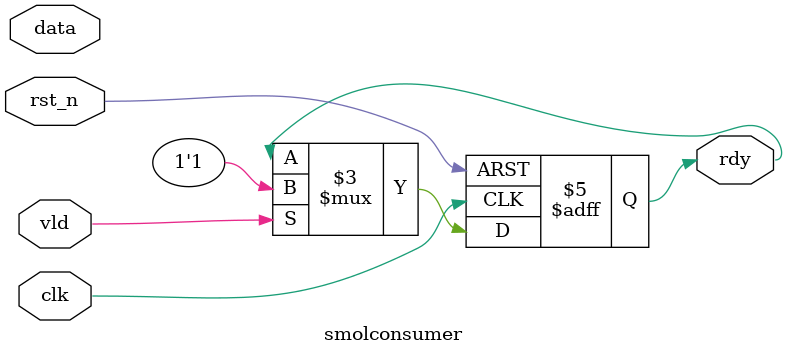
<source format=v>
module smolconsumer(
    clk,
    rst_n,
    vld,
    rdy,
    data
);
    input clk, rst_n;
    input [31:0] data;
    input vld;
    output reg rdy;

    always @ (posedge clk or negedge rst_n) begin
        if (!rst_n) begin
            // on a hardware reset, deassert rdy
            rdy <= 0;
        end else if (vld) begin
            $display("data processed = [%08h]", data);
            rdy <= 1;
        end
    end
endmodule
</source>
